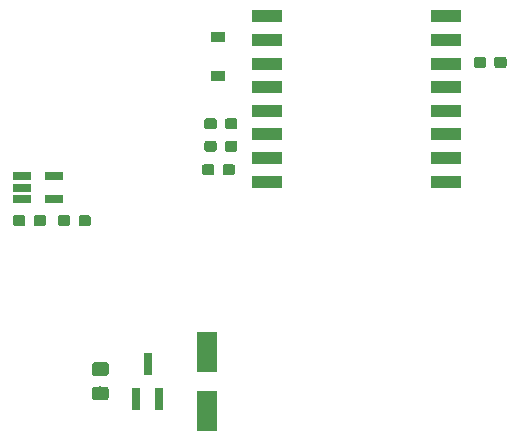
<source format=gbr>
G04 #@! TF.GenerationSoftware,KiCad,Pcbnew,(5.1.4-0)*
G04 #@! TF.CreationDate,2022-04-01T12:31:45+08:00*
G04 #@! TF.ProjectId,esp8266_ntp_clock,65737038-3236-4365-9f6e-74705f636c6f,v1.0*
G04 #@! TF.SameCoordinates,Original*
G04 #@! TF.FileFunction,Paste,Top*
G04 #@! TF.FilePolarity,Positive*
%FSLAX46Y46*%
G04 Gerber Fmt 4.6, Leading zero omitted, Abs format (unit mm)*
G04 Created by KiCad (PCBNEW (5.1.4-0)) date 2022-04-01 12:31:45*
%MOMM*%
%LPD*%
G04 APERTURE LIST*
%ADD10C,0.100000*%
%ADD11C,0.950000*%
%ADD12R,1.200000X0.900000*%
%ADD13R,1.800000X3.500000*%
%ADD14R,0.800000X1.900000*%
%ADD15C,1.150000*%
%ADD16R,2.500000X1.000000*%
%ADD17R,1.560000X0.650000*%
G04 APERTURE END LIST*
D10*
G36*
X85435779Y-97926144D02*
G01*
X85458834Y-97929563D01*
X85481443Y-97935227D01*
X85503387Y-97943079D01*
X85524457Y-97953044D01*
X85544448Y-97965026D01*
X85563168Y-97978910D01*
X85580438Y-97994562D01*
X85596090Y-98011832D01*
X85609974Y-98030552D01*
X85621956Y-98050543D01*
X85631921Y-98071613D01*
X85639773Y-98093557D01*
X85645437Y-98116166D01*
X85648856Y-98139221D01*
X85650000Y-98162500D01*
X85650000Y-98637500D01*
X85648856Y-98660779D01*
X85645437Y-98683834D01*
X85639773Y-98706443D01*
X85631921Y-98728387D01*
X85621956Y-98749457D01*
X85609974Y-98769448D01*
X85596090Y-98788168D01*
X85580438Y-98805438D01*
X85563168Y-98821090D01*
X85544448Y-98834974D01*
X85524457Y-98846956D01*
X85503387Y-98856921D01*
X85481443Y-98864773D01*
X85458834Y-98870437D01*
X85435779Y-98873856D01*
X85412500Y-98875000D01*
X84837500Y-98875000D01*
X84814221Y-98873856D01*
X84791166Y-98870437D01*
X84768557Y-98864773D01*
X84746613Y-98856921D01*
X84725543Y-98846956D01*
X84705552Y-98834974D01*
X84686832Y-98821090D01*
X84669562Y-98805438D01*
X84653910Y-98788168D01*
X84640026Y-98769448D01*
X84628044Y-98749457D01*
X84618079Y-98728387D01*
X84610227Y-98706443D01*
X84604563Y-98683834D01*
X84601144Y-98660779D01*
X84600000Y-98637500D01*
X84600000Y-98162500D01*
X84601144Y-98139221D01*
X84604563Y-98116166D01*
X84610227Y-98093557D01*
X84618079Y-98071613D01*
X84628044Y-98050543D01*
X84640026Y-98030552D01*
X84653910Y-98011832D01*
X84669562Y-97994562D01*
X84686832Y-97978910D01*
X84705552Y-97965026D01*
X84725543Y-97953044D01*
X84746613Y-97943079D01*
X84768557Y-97935227D01*
X84791166Y-97929563D01*
X84814221Y-97926144D01*
X84837500Y-97925000D01*
X85412500Y-97925000D01*
X85435779Y-97926144D01*
X85435779Y-97926144D01*
G37*
D11*
X85125000Y-98400000D03*
D10*
G36*
X87185779Y-97926144D02*
G01*
X87208834Y-97929563D01*
X87231443Y-97935227D01*
X87253387Y-97943079D01*
X87274457Y-97953044D01*
X87294448Y-97965026D01*
X87313168Y-97978910D01*
X87330438Y-97994562D01*
X87346090Y-98011832D01*
X87359974Y-98030552D01*
X87371956Y-98050543D01*
X87381921Y-98071613D01*
X87389773Y-98093557D01*
X87395437Y-98116166D01*
X87398856Y-98139221D01*
X87400000Y-98162500D01*
X87400000Y-98637500D01*
X87398856Y-98660779D01*
X87395437Y-98683834D01*
X87389773Y-98706443D01*
X87381921Y-98728387D01*
X87371956Y-98749457D01*
X87359974Y-98769448D01*
X87346090Y-98788168D01*
X87330438Y-98805438D01*
X87313168Y-98821090D01*
X87294448Y-98834974D01*
X87274457Y-98846956D01*
X87253387Y-98856921D01*
X87231443Y-98864773D01*
X87208834Y-98870437D01*
X87185779Y-98873856D01*
X87162500Y-98875000D01*
X86587500Y-98875000D01*
X86564221Y-98873856D01*
X86541166Y-98870437D01*
X86518557Y-98864773D01*
X86496613Y-98856921D01*
X86475543Y-98846956D01*
X86455552Y-98834974D01*
X86436832Y-98821090D01*
X86419562Y-98805438D01*
X86403910Y-98788168D01*
X86390026Y-98769448D01*
X86378044Y-98749457D01*
X86368079Y-98728387D01*
X86360227Y-98706443D01*
X86354563Y-98683834D01*
X86351144Y-98660779D01*
X86350000Y-98637500D01*
X86350000Y-98162500D01*
X86351144Y-98139221D01*
X86354563Y-98116166D01*
X86360227Y-98093557D01*
X86368079Y-98071613D01*
X86378044Y-98050543D01*
X86390026Y-98030552D01*
X86403910Y-98011832D01*
X86419562Y-97994562D01*
X86436832Y-97978910D01*
X86455552Y-97965026D01*
X86475543Y-97953044D01*
X86496613Y-97943079D01*
X86518557Y-97935227D01*
X86541166Y-97929563D01*
X86564221Y-97926144D01*
X86587500Y-97925000D01*
X87162500Y-97925000D01*
X87185779Y-97926144D01*
X87185779Y-97926144D01*
G37*
D11*
X86875000Y-98400000D03*
D10*
G36*
X90985779Y-97926144D02*
G01*
X91008834Y-97929563D01*
X91031443Y-97935227D01*
X91053387Y-97943079D01*
X91074457Y-97953044D01*
X91094448Y-97965026D01*
X91113168Y-97978910D01*
X91130438Y-97994562D01*
X91146090Y-98011832D01*
X91159974Y-98030552D01*
X91171956Y-98050543D01*
X91181921Y-98071613D01*
X91189773Y-98093557D01*
X91195437Y-98116166D01*
X91198856Y-98139221D01*
X91200000Y-98162500D01*
X91200000Y-98637500D01*
X91198856Y-98660779D01*
X91195437Y-98683834D01*
X91189773Y-98706443D01*
X91181921Y-98728387D01*
X91171956Y-98749457D01*
X91159974Y-98769448D01*
X91146090Y-98788168D01*
X91130438Y-98805438D01*
X91113168Y-98821090D01*
X91094448Y-98834974D01*
X91074457Y-98846956D01*
X91053387Y-98856921D01*
X91031443Y-98864773D01*
X91008834Y-98870437D01*
X90985779Y-98873856D01*
X90962500Y-98875000D01*
X90387500Y-98875000D01*
X90364221Y-98873856D01*
X90341166Y-98870437D01*
X90318557Y-98864773D01*
X90296613Y-98856921D01*
X90275543Y-98846956D01*
X90255552Y-98834974D01*
X90236832Y-98821090D01*
X90219562Y-98805438D01*
X90203910Y-98788168D01*
X90190026Y-98769448D01*
X90178044Y-98749457D01*
X90168079Y-98728387D01*
X90160227Y-98706443D01*
X90154563Y-98683834D01*
X90151144Y-98660779D01*
X90150000Y-98637500D01*
X90150000Y-98162500D01*
X90151144Y-98139221D01*
X90154563Y-98116166D01*
X90160227Y-98093557D01*
X90168079Y-98071613D01*
X90178044Y-98050543D01*
X90190026Y-98030552D01*
X90203910Y-98011832D01*
X90219562Y-97994562D01*
X90236832Y-97978910D01*
X90255552Y-97965026D01*
X90275543Y-97953044D01*
X90296613Y-97943079D01*
X90318557Y-97935227D01*
X90341166Y-97929563D01*
X90364221Y-97926144D01*
X90387500Y-97925000D01*
X90962500Y-97925000D01*
X90985779Y-97926144D01*
X90985779Y-97926144D01*
G37*
D11*
X90675000Y-98400000D03*
D10*
G36*
X89235779Y-97926144D02*
G01*
X89258834Y-97929563D01*
X89281443Y-97935227D01*
X89303387Y-97943079D01*
X89324457Y-97953044D01*
X89344448Y-97965026D01*
X89363168Y-97978910D01*
X89380438Y-97994562D01*
X89396090Y-98011832D01*
X89409974Y-98030552D01*
X89421956Y-98050543D01*
X89431921Y-98071613D01*
X89439773Y-98093557D01*
X89445437Y-98116166D01*
X89448856Y-98139221D01*
X89450000Y-98162500D01*
X89450000Y-98637500D01*
X89448856Y-98660779D01*
X89445437Y-98683834D01*
X89439773Y-98706443D01*
X89431921Y-98728387D01*
X89421956Y-98749457D01*
X89409974Y-98769448D01*
X89396090Y-98788168D01*
X89380438Y-98805438D01*
X89363168Y-98821090D01*
X89344448Y-98834974D01*
X89324457Y-98846956D01*
X89303387Y-98856921D01*
X89281443Y-98864773D01*
X89258834Y-98870437D01*
X89235779Y-98873856D01*
X89212500Y-98875000D01*
X88637500Y-98875000D01*
X88614221Y-98873856D01*
X88591166Y-98870437D01*
X88568557Y-98864773D01*
X88546613Y-98856921D01*
X88525543Y-98846956D01*
X88505552Y-98834974D01*
X88486832Y-98821090D01*
X88469562Y-98805438D01*
X88453910Y-98788168D01*
X88440026Y-98769448D01*
X88428044Y-98749457D01*
X88418079Y-98728387D01*
X88410227Y-98706443D01*
X88404563Y-98683834D01*
X88401144Y-98660779D01*
X88400000Y-98637500D01*
X88400000Y-98162500D01*
X88401144Y-98139221D01*
X88404563Y-98116166D01*
X88410227Y-98093557D01*
X88418079Y-98071613D01*
X88428044Y-98050543D01*
X88440026Y-98030552D01*
X88453910Y-98011832D01*
X88469562Y-97994562D01*
X88486832Y-97978910D01*
X88505552Y-97965026D01*
X88525543Y-97953044D01*
X88546613Y-97943079D01*
X88568557Y-97935227D01*
X88591166Y-97929563D01*
X88614221Y-97926144D01*
X88637500Y-97925000D01*
X89212500Y-97925000D01*
X89235779Y-97926144D01*
X89235779Y-97926144D01*
G37*
D11*
X88925000Y-98400000D03*
D12*
X102000000Y-86150000D03*
X102000000Y-82850000D03*
D13*
X101000000Y-109500000D03*
X101000000Y-114500000D03*
D14*
X95050000Y-113500000D03*
X96950000Y-113500000D03*
X96000000Y-110500000D03*
D10*
G36*
X126185779Y-84526144D02*
G01*
X126208834Y-84529563D01*
X126231443Y-84535227D01*
X126253387Y-84543079D01*
X126274457Y-84553044D01*
X126294448Y-84565026D01*
X126313168Y-84578910D01*
X126330438Y-84594562D01*
X126346090Y-84611832D01*
X126359974Y-84630552D01*
X126371956Y-84650543D01*
X126381921Y-84671613D01*
X126389773Y-84693557D01*
X126395437Y-84716166D01*
X126398856Y-84739221D01*
X126400000Y-84762500D01*
X126400000Y-85237500D01*
X126398856Y-85260779D01*
X126395437Y-85283834D01*
X126389773Y-85306443D01*
X126381921Y-85328387D01*
X126371956Y-85349457D01*
X126359974Y-85369448D01*
X126346090Y-85388168D01*
X126330438Y-85405438D01*
X126313168Y-85421090D01*
X126294448Y-85434974D01*
X126274457Y-85446956D01*
X126253387Y-85456921D01*
X126231443Y-85464773D01*
X126208834Y-85470437D01*
X126185779Y-85473856D01*
X126162500Y-85475000D01*
X125587500Y-85475000D01*
X125564221Y-85473856D01*
X125541166Y-85470437D01*
X125518557Y-85464773D01*
X125496613Y-85456921D01*
X125475543Y-85446956D01*
X125455552Y-85434974D01*
X125436832Y-85421090D01*
X125419562Y-85405438D01*
X125403910Y-85388168D01*
X125390026Y-85369448D01*
X125378044Y-85349457D01*
X125368079Y-85328387D01*
X125360227Y-85306443D01*
X125354563Y-85283834D01*
X125351144Y-85260779D01*
X125350000Y-85237500D01*
X125350000Y-84762500D01*
X125351144Y-84739221D01*
X125354563Y-84716166D01*
X125360227Y-84693557D01*
X125368079Y-84671613D01*
X125378044Y-84650543D01*
X125390026Y-84630552D01*
X125403910Y-84611832D01*
X125419562Y-84594562D01*
X125436832Y-84578910D01*
X125455552Y-84565026D01*
X125475543Y-84553044D01*
X125496613Y-84543079D01*
X125518557Y-84535227D01*
X125541166Y-84529563D01*
X125564221Y-84526144D01*
X125587500Y-84525000D01*
X126162500Y-84525000D01*
X126185779Y-84526144D01*
X126185779Y-84526144D01*
G37*
D11*
X125875000Y-85000000D03*
D10*
G36*
X124435779Y-84526144D02*
G01*
X124458834Y-84529563D01*
X124481443Y-84535227D01*
X124503387Y-84543079D01*
X124524457Y-84553044D01*
X124544448Y-84565026D01*
X124563168Y-84578910D01*
X124580438Y-84594562D01*
X124596090Y-84611832D01*
X124609974Y-84630552D01*
X124621956Y-84650543D01*
X124631921Y-84671613D01*
X124639773Y-84693557D01*
X124645437Y-84716166D01*
X124648856Y-84739221D01*
X124650000Y-84762500D01*
X124650000Y-85237500D01*
X124648856Y-85260779D01*
X124645437Y-85283834D01*
X124639773Y-85306443D01*
X124631921Y-85328387D01*
X124621956Y-85349457D01*
X124609974Y-85369448D01*
X124596090Y-85388168D01*
X124580438Y-85405438D01*
X124563168Y-85421090D01*
X124544448Y-85434974D01*
X124524457Y-85446956D01*
X124503387Y-85456921D01*
X124481443Y-85464773D01*
X124458834Y-85470437D01*
X124435779Y-85473856D01*
X124412500Y-85475000D01*
X123837500Y-85475000D01*
X123814221Y-85473856D01*
X123791166Y-85470437D01*
X123768557Y-85464773D01*
X123746613Y-85456921D01*
X123725543Y-85446956D01*
X123705552Y-85434974D01*
X123686832Y-85421090D01*
X123669562Y-85405438D01*
X123653910Y-85388168D01*
X123640026Y-85369448D01*
X123628044Y-85349457D01*
X123618079Y-85328387D01*
X123610227Y-85306443D01*
X123604563Y-85283834D01*
X123601144Y-85260779D01*
X123600000Y-85237500D01*
X123600000Y-84762500D01*
X123601144Y-84739221D01*
X123604563Y-84716166D01*
X123610227Y-84693557D01*
X123618079Y-84671613D01*
X123628044Y-84650543D01*
X123640026Y-84630552D01*
X123653910Y-84611832D01*
X123669562Y-84594562D01*
X123686832Y-84578910D01*
X123705552Y-84565026D01*
X123725543Y-84553044D01*
X123746613Y-84543079D01*
X123768557Y-84535227D01*
X123791166Y-84529563D01*
X123814221Y-84526144D01*
X123837500Y-84525000D01*
X124412500Y-84525000D01*
X124435779Y-84526144D01*
X124435779Y-84526144D01*
G37*
D11*
X124125000Y-85000000D03*
D10*
G36*
X103385779Y-91626144D02*
G01*
X103408834Y-91629563D01*
X103431443Y-91635227D01*
X103453387Y-91643079D01*
X103474457Y-91653044D01*
X103494448Y-91665026D01*
X103513168Y-91678910D01*
X103530438Y-91694562D01*
X103546090Y-91711832D01*
X103559974Y-91730552D01*
X103571956Y-91750543D01*
X103581921Y-91771613D01*
X103589773Y-91793557D01*
X103595437Y-91816166D01*
X103598856Y-91839221D01*
X103600000Y-91862500D01*
X103600000Y-92337500D01*
X103598856Y-92360779D01*
X103595437Y-92383834D01*
X103589773Y-92406443D01*
X103581921Y-92428387D01*
X103571956Y-92449457D01*
X103559974Y-92469448D01*
X103546090Y-92488168D01*
X103530438Y-92505438D01*
X103513168Y-92521090D01*
X103494448Y-92534974D01*
X103474457Y-92546956D01*
X103453387Y-92556921D01*
X103431443Y-92564773D01*
X103408834Y-92570437D01*
X103385779Y-92573856D01*
X103362500Y-92575000D01*
X102787500Y-92575000D01*
X102764221Y-92573856D01*
X102741166Y-92570437D01*
X102718557Y-92564773D01*
X102696613Y-92556921D01*
X102675543Y-92546956D01*
X102655552Y-92534974D01*
X102636832Y-92521090D01*
X102619562Y-92505438D01*
X102603910Y-92488168D01*
X102590026Y-92469448D01*
X102578044Y-92449457D01*
X102568079Y-92428387D01*
X102560227Y-92406443D01*
X102554563Y-92383834D01*
X102551144Y-92360779D01*
X102550000Y-92337500D01*
X102550000Y-91862500D01*
X102551144Y-91839221D01*
X102554563Y-91816166D01*
X102560227Y-91793557D01*
X102568079Y-91771613D01*
X102578044Y-91750543D01*
X102590026Y-91730552D01*
X102603910Y-91711832D01*
X102619562Y-91694562D01*
X102636832Y-91678910D01*
X102655552Y-91665026D01*
X102675543Y-91653044D01*
X102696613Y-91643079D01*
X102718557Y-91635227D01*
X102741166Y-91629563D01*
X102764221Y-91626144D01*
X102787500Y-91625000D01*
X103362500Y-91625000D01*
X103385779Y-91626144D01*
X103385779Y-91626144D01*
G37*
D11*
X103075000Y-92100000D03*
D10*
G36*
X101635779Y-91626144D02*
G01*
X101658834Y-91629563D01*
X101681443Y-91635227D01*
X101703387Y-91643079D01*
X101724457Y-91653044D01*
X101744448Y-91665026D01*
X101763168Y-91678910D01*
X101780438Y-91694562D01*
X101796090Y-91711832D01*
X101809974Y-91730552D01*
X101821956Y-91750543D01*
X101831921Y-91771613D01*
X101839773Y-91793557D01*
X101845437Y-91816166D01*
X101848856Y-91839221D01*
X101850000Y-91862500D01*
X101850000Y-92337500D01*
X101848856Y-92360779D01*
X101845437Y-92383834D01*
X101839773Y-92406443D01*
X101831921Y-92428387D01*
X101821956Y-92449457D01*
X101809974Y-92469448D01*
X101796090Y-92488168D01*
X101780438Y-92505438D01*
X101763168Y-92521090D01*
X101744448Y-92534974D01*
X101724457Y-92546956D01*
X101703387Y-92556921D01*
X101681443Y-92564773D01*
X101658834Y-92570437D01*
X101635779Y-92573856D01*
X101612500Y-92575000D01*
X101037500Y-92575000D01*
X101014221Y-92573856D01*
X100991166Y-92570437D01*
X100968557Y-92564773D01*
X100946613Y-92556921D01*
X100925543Y-92546956D01*
X100905552Y-92534974D01*
X100886832Y-92521090D01*
X100869562Y-92505438D01*
X100853910Y-92488168D01*
X100840026Y-92469448D01*
X100828044Y-92449457D01*
X100818079Y-92428387D01*
X100810227Y-92406443D01*
X100804563Y-92383834D01*
X100801144Y-92360779D01*
X100800000Y-92337500D01*
X100800000Y-91862500D01*
X100801144Y-91839221D01*
X100804563Y-91816166D01*
X100810227Y-91793557D01*
X100818079Y-91771613D01*
X100828044Y-91750543D01*
X100840026Y-91730552D01*
X100853910Y-91711832D01*
X100869562Y-91694562D01*
X100886832Y-91678910D01*
X100905552Y-91665026D01*
X100925543Y-91653044D01*
X100946613Y-91643079D01*
X100968557Y-91635227D01*
X100991166Y-91629563D01*
X101014221Y-91626144D01*
X101037500Y-91625000D01*
X101612500Y-91625000D01*
X101635779Y-91626144D01*
X101635779Y-91626144D01*
G37*
D11*
X101325000Y-92100000D03*
D10*
G36*
X101435779Y-93626144D02*
G01*
X101458834Y-93629563D01*
X101481443Y-93635227D01*
X101503387Y-93643079D01*
X101524457Y-93653044D01*
X101544448Y-93665026D01*
X101563168Y-93678910D01*
X101580438Y-93694562D01*
X101596090Y-93711832D01*
X101609974Y-93730552D01*
X101621956Y-93750543D01*
X101631921Y-93771613D01*
X101639773Y-93793557D01*
X101645437Y-93816166D01*
X101648856Y-93839221D01*
X101650000Y-93862500D01*
X101650000Y-94337500D01*
X101648856Y-94360779D01*
X101645437Y-94383834D01*
X101639773Y-94406443D01*
X101631921Y-94428387D01*
X101621956Y-94449457D01*
X101609974Y-94469448D01*
X101596090Y-94488168D01*
X101580438Y-94505438D01*
X101563168Y-94521090D01*
X101544448Y-94534974D01*
X101524457Y-94546956D01*
X101503387Y-94556921D01*
X101481443Y-94564773D01*
X101458834Y-94570437D01*
X101435779Y-94573856D01*
X101412500Y-94575000D01*
X100837500Y-94575000D01*
X100814221Y-94573856D01*
X100791166Y-94570437D01*
X100768557Y-94564773D01*
X100746613Y-94556921D01*
X100725543Y-94546956D01*
X100705552Y-94534974D01*
X100686832Y-94521090D01*
X100669562Y-94505438D01*
X100653910Y-94488168D01*
X100640026Y-94469448D01*
X100628044Y-94449457D01*
X100618079Y-94428387D01*
X100610227Y-94406443D01*
X100604563Y-94383834D01*
X100601144Y-94360779D01*
X100600000Y-94337500D01*
X100600000Y-93862500D01*
X100601144Y-93839221D01*
X100604563Y-93816166D01*
X100610227Y-93793557D01*
X100618079Y-93771613D01*
X100628044Y-93750543D01*
X100640026Y-93730552D01*
X100653910Y-93711832D01*
X100669562Y-93694562D01*
X100686832Y-93678910D01*
X100705552Y-93665026D01*
X100725543Y-93653044D01*
X100746613Y-93643079D01*
X100768557Y-93635227D01*
X100791166Y-93629563D01*
X100814221Y-93626144D01*
X100837500Y-93625000D01*
X101412500Y-93625000D01*
X101435779Y-93626144D01*
X101435779Y-93626144D01*
G37*
D11*
X101125000Y-94100000D03*
D10*
G36*
X103185779Y-93626144D02*
G01*
X103208834Y-93629563D01*
X103231443Y-93635227D01*
X103253387Y-93643079D01*
X103274457Y-93653044D01*
X103294448Y-93665026D01*
X103313168Y-93678910D01*
X103330438Y-93694562D01*
X103346090Y-93711832D01*
X103359974Y-93730552D01*
X103371956Y-93750543D01*
X103381921Y-93771613D01*
X103389773Y-93793557D01*
X103395437Y-93816166D01*
X103398856Y-93839221D01*
X103400000Y-93862500D01*
X103400000Y-94337500D01*
X103398856Y-94360779D01*
X103395437Y-94383834D01*
X103389773Y-94406443D01*
X103381921Y-94428387D01*
X103371956Y-94449457D01*
X103359974Y-94469448D01*
X103346090Y-94488168D01*
X103330438Y-94505438D01*
X103313168Y-94521090D01*
X103294448Y-94534974D01*
X103274457Y-94546956D01*
X103253387Y-94556921D01*
X103231443Y-94564773D01*
X103208834Y-94570437D01*
X103185779Y-94573856D01*
X103162500Y-94575000D01*
X102587500Y-94575000D01*
X102564221Y-94573856D01*
X102541166Y-94570437D01*
X102518557Y-94564773D01*
X102496613Y-94556921D01*
X102475543Y-94546956D01*
X102455552Y-94534974D01*
X102436832Y-94521090D01*
X102419562Y-94505438D01*
X102403910Y-94488168D01*
X102390026Y-94469448D01*
X102378044Y-94449457D01*
X102368079Y-94428387D01*
X102360227Y-94406443D01*
X102354563Y-94383834D01*
X102351144Y-94360779D01*
X102350000Y-94337500D01*
X102350000Y-93862500D01*
X102351144Y-93839221D01*
X102354563Y-93816166D01*
X102360227Y-93793557D01*
X102368079Y-93771613D01*
X102378044Y-93750543D01*
X102390026Y-93730552D01*
X102403910Y-93711832D01*
X102419562Y-93694562D01*
X102436832Y-93678910D01*
X102455552Y-93665026D01*
X102475543Y-93653044D01*
X102496613Y-93643079D01*
X102518557Y-93635227D01*
X102541166Y-93629563D01*
X102564221Y-93626144D01*
X102587500Y-93625000D01*
X103162500Y-93625000D01*
X103185779Y-93626144D01*
X103185779Y-93626144D01*
G37*
D11*
X102875000Y-94100000D03*
D10*
G36*
X103385779Y-89726144D02*
G01*
X103408834Y-89729563D01*
X103431443Y-89735227D01*
X103453387Y-89743079D01*
X103474457Y-89753044D01*
X103494448Y-89765026D01*
X103513168Y-89778910D01*
X103530438Y-89794562D01*
X103546090Y-89811832D01*
X103559974Y-89830552D01*
X103571956Y-89850543D01*
X103581921Y-89871613D01*
X103589773Y-89893557D01*
X103595437Y-89916166D01*
X103598856Y-89939221D01*
X103600000Y-89962500D01*
X103600000Y-90437500D01*
X103598856Y-90460779D01*
X103595437Y-90483834D01*
X103589773Y-90506443D01*
X103581921Y-90528387D01*
X103571956Y-90549457D01*
X103559974Y-90569448D01*
X103546090Y-90588168D01*
X103530438Y-90605438D01*
X103513168Y-90621090D01*
X103494448Y-90634974D01*
X103474457Y-90646956D01*
X103453387Y-90656921D01*
X103431443Y-90664773D01*
X103408834Y-90670437D01*
X103385779Y-90673856D01*
X103362500Y-90675000D01*
X102787500Y-90675000D01*
X102764221Y-90673856D01*
X102741166Y-90670437D01*
X102718557Y-90664773D01*
X102696613Y-90656921D01*
X102675543Y-90646956D01*
X102655552Y-90634974D01*
X102636832Y-90621090D01*
X102619562Y-90605438D01*
X102603910Y-90588168D01*
X102590026Y-90569448D01*
X102578044Y-90549457D01*
X102568079Y-90528387D01*
X102560227Y-90506443D01*
X102554563Y-90483834D01*
X102551144Y-90460779D01*
X102550000Y-90437500D01*
X102550000Y-89962500D01*
X102551144Y-89939221D01*
X102554563Y-89916166D01*
X102560227Y-89893557D01*
X102568079Y-89871613D01*
X102578044Y-89850543D01*
X102590026Y-89830552D01*
X102603910Y-89811832D01*
X102619562Y-89794562D01*
X102636832Y-89778910D01*
X102655552Y-89765026D01*
X102675543Y-89753044D01*
X102696613Y-89743079D01*
X102718557Y-89735227D01*
X102741166Y-89729563D01*
X102764221Y-89726144D01*
X102787500Y-89725000D01*
X103362500Y-89725000D01*
X103385779Y-89726144D01*
X103385779Y-89726144D01*
G37*
D11*
X103075000Y-90200000D03*
D10*
G36*
X101635779Y-89726144D02*
G01*
X101658834Y-89729563D01*
X101681443Y-89735227D01*
X101703387Y-89743079D01*
X101724457Y-89753044D01*
X101744448Y-89765026D01*
X101763168Y-89778910D01*
X101780438Y-89794562D01*
X101796090Y-89811832D01*
X101809974Y-89830552D01*
X101821956Y-89850543D01*
X101831921Y-89871613D01*
X101839773Y-89893557D01*
X101845437Y-89916166D01*
X101848856Y-89939221D01*
X101850000Y-89962500D01*
X101850000Y-90437500D01*
X101848856Y-90460779D01*
X101845437Y-90483834D01*
X101839773Y-90506443D01*
X101831921Y-90528387D01*
X101821956Y-90549457D01*
X101809974Y-90569448D01*
X101796090Y-90588168D01*
X101780438Y-90605438D01*
X101763168Y-90621090D01*
X101744448Y-90634974D01*
X101724457Y-90646956D01*
X101703387Y-90656921D01*
X101681443Y-90664773D01*
X101658834Y-90670437D01*
X101635779Y-90673856D01*
X101612500Y-90675000D01*
X101037500Y-90675000D01*
X101014221Y-90673856D01*
X100991166Y-90670437D01*
X100968557Y-90664773D01*
X100946613Y-90656921D01*
X100925543Y-90646956D01*
X100905552Y-90634974D01*
X100886832Y-90621090D01*
X100869562Y-90605438D01*
X100853910Y-90588168D01*
X100840026Y-90569448D01*
X100828044Y-90549457D01*
X100818079Y-90528387D01*
X100810227Y-90506443D01*
X100804563Y-90483834D01*
X100801144Y-90460779D01*
X100800000Y-90437500D01*
X100800000Y-89962500D01*
X100801144Y-89939221D01*
X100804563Y-89916166D01*
X100810227Y-89893557D01*
X100818079Y-89871613D01*
X100828044Y-89850543D01*
X100840026Y-89830552D01*
X100853910Y-89811832D01*
X100869562Y-89794562D01*
X100886832Y-89778910D01*
X100905552Y-89765026D01*
X100925543Y-89753044D01*
X100946613Y-89743079D01*
X100968557Y-89735227D01*
X100991166Y-89729563D01*
X101014221Y-89726144D01*
X101037500Y-89725000D01*
X101612500Y-89725000D01*
X101635779Y-89726144D01*
X101635779Y-89726144D01*
G37*
D11*
X101325000Y-90200000D03*
D10*
G36*
X92474505Y-112451204D02*
G01*
X92498773Y-112454804D01*
X92522572Y-112460765D01*
X92545671Y-112469030D01*
X92567850Y-112479520D01*
X92588893Y-112492132D01*
X92608599Y-112506747D01*
X92626777Y-112523223D01*
X92643253Y-112541401D01*
X92657868Y-112561107D01*
X92670480Y-112582150D01*
X92680970Y-112604329D01*
X92689235Y-112627428D01*
X92695196Y-112651227D01*
X92698796Y-112675495D01*
X92700000Y-112699999D01*
X92700000Y-113350001D01*
X92698796Y-113374505D01*
X92695196Y-113398773D01*
X92689235Y-113422572D01*
X92680970Y-113445671D01*
X92670480Y-113467850D01*
X92657868Y-113488893D01*
X92643253Y-113508599D01*
X92626777Y-113526777D01*
X92608599Y-113543253D01*
X92588893Y-113557868D01*
X92567850Y-113570480D01*
X92545671Y-113580970D01*
X92522572Y-113589235D01*
X92498773Y-113595196D01*
X92474505Y-113598796D01*
X92450001Y-113600000D01*
X91549999Y-113600000D01*
X91525495Y-113598796D01*
X91501227Y-113595196D01*
X91477428Y-113589235D01*
X91454329Y-113580970D01*
X91432150Y-113570480D01*
X91411107Y-113557868D01*
X91391401Y-113543253D01*
X91373223Y-113526777D01*
X91356747Y-113508599D01*
X91342132Y-113488893D01*
X91329520Y-113467850D01*
X91319030Y-113445671D01*
X91310765Y-113422572D01*
X91304804Y-113398773D01*
X91301204Y-113374505D01*
X91300000Y-113350001D01*
X91300000Y-112699999D01*
X91301204Y-112675495D01*
X91304804Y-112651227D01*
X91310765Y-112627428D01*
X91319030Y-112604329D01*
X91329520Y-112582150D01*
X91342132Y-112561107D01*
X91356747Y-112541401D01*
X91373223Y-112523223D01*
X91391401Y-112506747D01*
X91411107Y-112492132D01*
X91432150Y-112479520D01*
X91454329Y-112469030D01*
X91477428Y-112460765D01*
X91501227Y-112454804D01*
X91525495Y-112451204D01*
X91549999Y-112450000D01*
X92450001Y-112450000D01*
X92474505Y-112451204D01*
X92474505Y-112451204D01*
G37*
D15*
X92000000Y-113025000D03*
D10*
G36*
X92474505Y-110401204D02*
G01*
X92498773Y-110404804D01*
X92522572Y-110410765D01*
X92545671Y-110419030D01*
X92567850Y-110429520D01*
X92588893Y-110442132D01*
X92608599Y-110456747D01*
X92626777Y-110473223D01*
X92643253Y-110491401D01*
X92657868Y-110511107D01*
X92670480Y-110532150D01*
X92680970Y-110554329D01*
X92689235Y-110577428D01*
X92695196Y-110601227D01*
X92698796Y-110625495D01*
X92700000Y-110649999D01*
X92700000Y-111300001D01*
X92698796Y-111324505D01*
X92695196Y-111348773D01*
X92689235Y-111372572D01*
X92680970Y-111395671D01*
X92670480Y-111417850D01*
X92657868Y-111438893D01*
X92643253Y-111458599D01*
X92626777Y-111476777D01*
X92608599Y-111493253D01*
X92588893Y-111507868D01*
X92567850Y-111520480D01*
X92545671Y-111530970D01*
X92522572Y-111539235D01*
X92498773Y-111545196D01*
X92474505Y-111548796D01*
X92450001Y-111550000D01*
X91549999Y-111550000D01*
X91525495Y-111548796D01*
X91501227Y-111545196D01*
X91477428Y-111539235D01*
X91454329Y-111530970D01*
X91432150Y-111520480D01*
X91411107Y-111507868D01*
X91391401Y-111493253D01*
X91373223Y-111476777D01*
X91356747Y-111458599D01*
X91342132Y-111438893D01*
X91329520Y-111417850D01*
X91319030Y-111395671D01*
X91310765Y-111372572D01*
X91304804Y-111348773D01*
X91301204Y-111324505D01*
X91300000Y-111300001D01*
X91300000Y-110649999D01*
X91301204Y-110625495D01*
X91304804Y-110601227D01*
X91310765Y-110577428D01*
X91319030Y-110554329D01*
X91329520Y-110532150D01*
X91342132Y-110511107D01*
X91356747Y-110491401D01*
X91373223Y-110473223D01*
X91391401Y-110456747D01*
X91411107Y-110442132D01*
X91432150Y-110429520D01*
X91454329Y-110419030D01*
X91477428Y-110410765D01*
X91501227Y-110404804D01*
X91525495Y-110401204D01*
X91549999Y-110400000D01*
X92450001Y-110400000D01*
X92474505Y-110401204D01*
X92474505Y-110401204D01*
G37*
D15*
X92000000Y-110975000D03*
D16*
X121300000Y-81100000D03*
X121300000Y-83100000D03*
X121300000Y-85100000D03*
X121300000Y-87100000D03*
X121300000Y-89100000D03*
X121300000Y-91100000D03*
X121300000Y-93100000D03*
X121300000Y-95100000D03*
X106100000Y-95100000D03*
X106100000Y-93100000D03*
X106100000Y-91100000D03*
X106100000Y-89100000D03*
X106100000Y-87100000D03*
X106100000Y-85100000D03*
X106100000Y-83100000D03*
X106100000Y-81100000D03*
D17*
X85350000Y-94650000D03*
X85350000Y-95600000D03*
X85350000Y-96550000D03*
X88050000Y-96550000D03*
X88050000Y-94650000D03*
M02*

</source>
